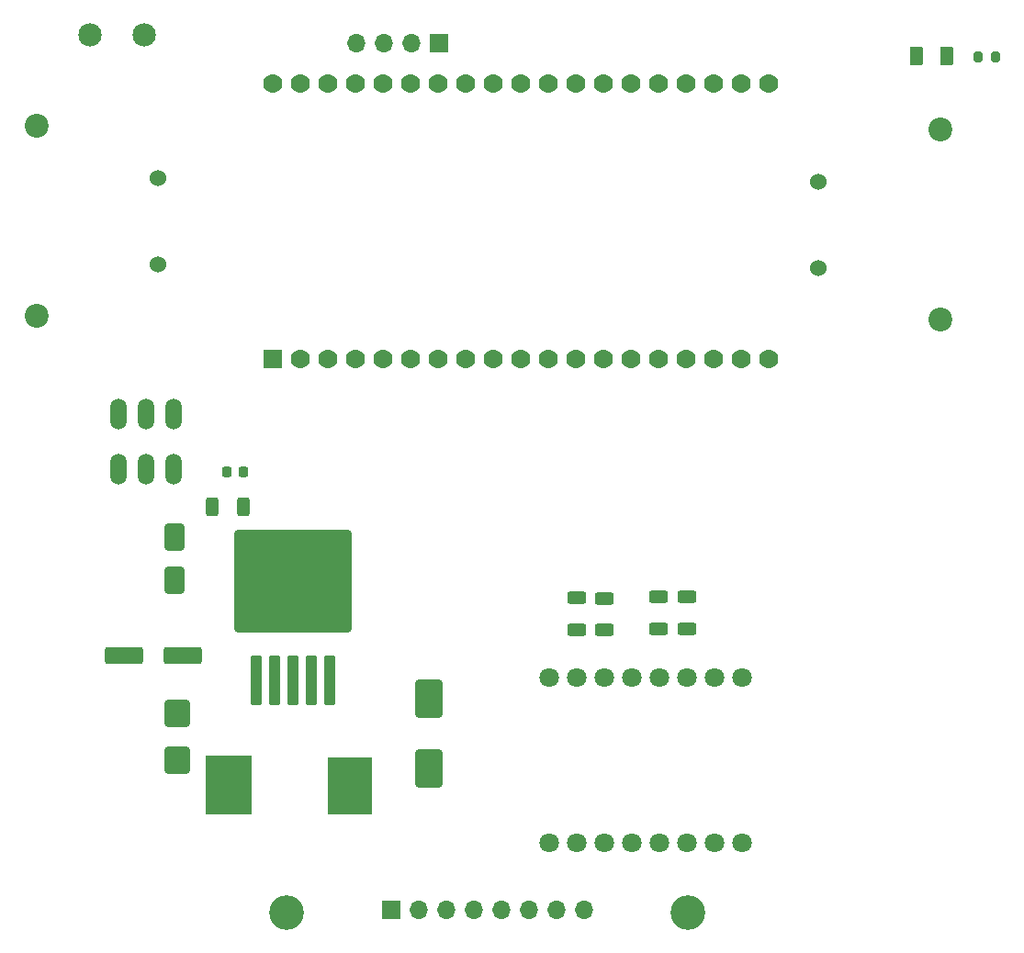
<source format=gbr>
%TF.GenerationSoftware,KiCad,Pcbnew,7.0.1*%
%TF.CreationDate,2023-10-29T13:19:35+05:30*%
%TF.ProjectId,MAZEBLAZE-V3,4d415a45-424c-4415-9a45-2d56332e6b69,rev?*%
%TF.SameCoordinates,Original*%
%TF.FileFunction,Soldermask,Top*%
%TF.FilePolarity,Negative*%
%FSLAX46Y46*%
G04 Gerber Fmt 4.6, Leading zero omitted, Abs format (unit mm)*
G04 Created by KiCad (PCBNEW 7.0.1) date 2023-10-29 13:19:35*
%MOMM*%
%LPD*%
G01*
G04 APERTURE LIST*
G04 Aperture macros list*
%AMRoundRect*
0 Rectangle with rounded corners*
0 $1 Rounding radius*
0 $2 $3 $4 $5 $6 $7 $8 $9 X,Y pos of 4 corners*
0 Add a 4 corners polygon primitive as box body*
4,1,4,$2,$3,$4,$5,$6,$7,$8,$9,$2,$3,0*
0 Add four circle primitives for the rounded corners*
1,1,$1+$1,$2,$3*
1,1,$1+$1,$4,$5*
1,1,$1+$1,$6,$7*
1,1,$1+$1,$8,$9*
0 Add four rect primitives between the rounded corners*
20,1,$1+$1,$2,$3,$4,$5,0*
20,1,$1+$1,$4,$5,$6,$7,0*
20,1,$1+$1,$6,$7,$8,$9,0*
20,1,$1+$1,$8,$9,$2,$3,0*%
G04 Aperture macros list end*
%ADD10RoundRect,0.250000X-0.625000X0.312500X-0.625000X-0.312500X0.625000X-0.312500X0.625000X0.312500X0*%
%ADD11RoundRect,0.250000X-1.000000X1.500000X-1.000000X-1.500000X1.000000X-1.500000X1.000000X1.500000X0*%
%ADD12RoundRect,0.218750X0.218750X0.256250X-0.218750X0.256250X-0.218750X-0.256250X0.218750X-0.256250X0*%
%ADD13RoundRect,0.250000X0.650000X-1.000000X0.650000X1.000000X-0.650000X1.000000X-0.650000X-1.000000X0*%
%ADD14C,1.524000*%
%ADD15R,1.700000X1.700000*%
%ADD16O,1.700000X1.700000*%
%ADD17C,1.800000*%
%ADD18O,1.524000X2.844800*%
%ADD19RoundRect,0.250000X0.375000X0.625000X-0.375000X0.625000X-0.375000X-0.625000X0.375000X-0.625000X0*%
%ADD20C,2.200000*%
%ADD21R,4.194800X5.405100*%
%ADD22R,4.094800X5.305100*%
%ADD23C,3.200000*%
%ADD24RoundRect,0.250000X0.312500X0.625000X-0.312500X0.625000X-0.312500X-0.625000X0.312500X-0.625000X0*%
%ADD25C,2.153200*%
%ADD26RoundRect,0.200000X-0.200000X-0.275000X0.200000X-0.275000X0.200000X0.275000X-0.200000X0.275000X0*%
%ADD27RoundRect,0.250000X-0.900000X1.000000X-0.900000X-1.000000X0.900000X-1.000000X0.900000X1.000000X0*%
%ADD28RoundRect,0.250000X0.300000X-2.050000X0.300000X2.050000X-0.300000X2.050000X-0.300000X-2.050000X0*%
%ADD29RoundRect,0.250002X5.149998X-4.449998X5.149998X4.449998X-5.149998X4.449998X-5.149998X-4.449998X0*%
%ADD30RoundRect,0.102000X0.780000X-0.780000X0.780000X0.780000X-0.780000X0.780000X-0.780000X-0.780000X0*%
%ADD31C,1.764000*%
%ADD32RoundRect,0.250000X1.500000X0.550000X-1.500000X0.550000X-1.500000X-0.550000X1.500000X-0.550000X0*%
G04 APERTURE END LIST*
D10*
%TO.C,R6*%
X144570000Y-98297500D03*
X144570000Y-101222500D03*
%TD*%
D11*
%TO.C,C6*%
X120760000Y-107640000D03*
X120760000Y-114140000D03*
%TD*%
D12*
%TO.C,D2*%
X103710000Y-86740000D03*
X102135000Y-86740000D03*
%TD*%
D13*
%TO.C,D7*%
X97380000Y-96780000D03*
X97380000Y-92780000D03*
%TD*%
D14*
%TO.C,M2*%
X156740000Y-67970000D03*
X156740000Y-59970000D03*
%TD*%
D15*
%TO.C,J5*%
X117350000Y-127140000D03*
D16*
X119890000Y-127140000D03*
X122430000Y-127140000D03*
X124970000Y-127140000D03*
X127510000Y-127140000D03*
X130050000Y-127140000D03*
X132590000Y-127140000D03*
X135130000Y-127140000D03*
%TD*%
D10*
%TO.C,R4*%
X134400000Y-98397500D03*
X134400000Y-101322500D03*
%TD*%
D15*
%TO.C,J2*%
X121770000Y-47200000D03*
D16*
X119230000Y-47200000D03*
X116690000Y-47200000D03*
X114150000Y-47200000D03*
%TD*%
D17*
%TO.C,U2*%
X131860000Y-120970000D03*
X134400000Y-120970000D03*
X136940000Y-120970000D03*
X139480000Y-120970000D03*
X142020000Y-120970000D03*
X144560000Y-120970000D03*
X147100000Y-120970000D03*
X149640000Y-120970000D03*
X149640000Y-105730000D03*
X147100000Y-105730000D03*
X144560000Y-105730000D03*
X142020000Y-105730000D03*
X139480000Y-105730000D03*
X136940000Y-105730000D03*
X134400000Y-105730000D03*
X131860000Y-105730000D03*
%TD*%
D18*
%TO.C,12V_SW1*%
X92150000Y-81460000D03*
X94690000Y-81460000D03*
X97230000Y-81460000D03*
X92150000Y-86540000D03*
X94690000Y-86540000D03*
X97230000Y-86540000D03*
%TD*%
D19*
%TO.C,D1*%
X168570000Y-48420000D03*
X165770000Y-48420000D03*
%TD*%
D20*
%TO.C,H4*%
X84610000Y-54840000D03*
%TD*%
D14*
%TO.C,M1*%
X95834540Y-59631920D03*
X95834540Y-67631920D03*
%TD*%
D21*
%TO.C,L3*%
X102384800Y-115630000D03*
D22*
X113540000Y-115680000D03*
%TD*%
D23*
%TO.C,H2*%
X144650000Y-127370000D03*
%TD*%
D20*
%TO.C,H3*%
X84610000Y-72400000D03*
%TD*%
D10*
%TO.C,R3*%
X136990000Y-98425000D03*
X136990000Y-101350000D03*
%TD*%
D24*
%TO.C,R2*%
X103730000Y-89940000D03*
X100805000Y-89940000D03*
%TD*%
D25*
%TO.C,J1*%
X89540000Y-46430000D03*
X94540000Y-46430000D03*
%TD*%
D26*
%TO.C,R1*%
X171390000Y-48450000D03*
X173040000Y-48450000D03*
%TD*%
D10*
%TO.C,R5*%
X141960000Y-98267500D03*
X141960000Y-101192500D03*
%TD*%
D27*
%TO.C,D8*%
X97640000Y-109000000D03*
X97640000Y-113300000D03*
%TD*%
D28*
%TO.C,U5*%
X104885000Y-105965000D03*
X106585000Y-105965000D03*
X108285000Y-105965000D03*
D29*
X108285000Y-96815000D03*
D28*
X109985000Y-105965000D03*
X111685000Y-105965000D03*
%TD*%
D20*
%TO.C,H2*%
X167979780Y-72727920D03*
%TD*%
D23*
%TO.C,H5*%
X107650000Y-127428936D03*
%TD*%
D30*
%TO.C,U3*%
X106410000Y-76340000D03*
D31*
X108950000Y-76340000D03*
X111490000Y-76340000D03*
X114030000Y-76340000D03*
X116570000Y-76340000D03*
X119110000Y-76340000D03*
X121650000Y-76340000D03*
X124190000Y-76340000D03*
X126730000Y-76340000D03*
X129270000Y-76340000D03*
X131810000Y-76340000D03*
X134350000Y-76340000D03*
X136890000Y-76340000D03*
X139430000Y-76340000D03*
X141970000Y-76340000D03*
X144510000Y-76340000D03*
X147050000Y-76340000D03*
X149590000Y-76340000D03*
X152130000Y-76340000D03*
X106410000Y-50940000D03*
X108950000Y-50940000D03*
X111490000Y-50940000D03*
X114030000Y-50940000D03*
X116570000Y-50940000D03*
X119110000Y-50940000D03*
X121650000Y-50940000D03*
X124190000Y-50940000D03*
X126730000Y-50940000D03*
X129270000Y-50940000D03*
X131810000Y-50940000D03*
X134350000Y-50940000D03*
X136890000Y-50940000D03*
X139430000Y-50940000D03*
X141970000Y-50940000D03*
X144510000Y-50940000D03*
X147050000Y-50940000D03*
X149590000Y-50940000D03*
X152130000Y-50940000D03*
%TD*%
D20*
%TO.C,H1*%
X167940000Y-55190000D03*
%TD*%
D32*
%TO.C,C5*%
X98120000Y-103730000D03*
X92720000Y-103730000D03*
%TD*%
M02*

</source>
